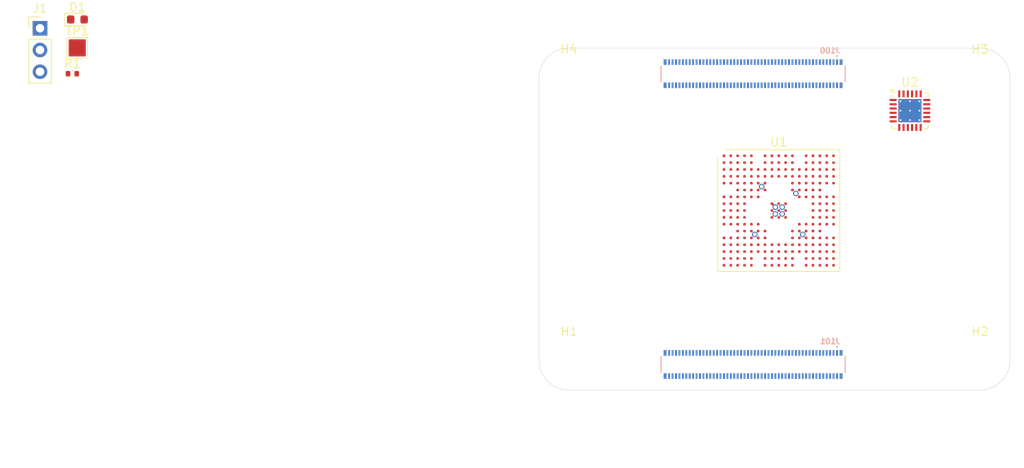
<source format=kicad_pcb>
(kicad_pcb (version 20240108) (generator "pcbnew") (generator_version "8.0")
  (layers (0 "F.Cu" signal) (1 "In1.Cu" signal) (2 "In2.Cu" signal) (31 "B.Cu" signal) (34 "B.Paste" user) (35 "F.Paste" user) (36 "B.SilkS" user "B.Silkscreen") (37 "F.SilkS" user "F.Silkscreen") (38 "B.Mask" user) (39 "F.Mask" user) (44 "Edge.Cuts" user))
  (net 0 "")
  (net 1 "Net-(D1-K)")
  (net 2 "/cm-conns/+3.3v")
  (net 3 "GND")
  (net 4 "/cm-conns/BT_nDis")
  (net 5 "/cm-conns/WL_nDis")
  (net 6 "/cm-conns/GPIO25")
  (net 7 "/cm-conns/TRD2_N")
  (net 9 "/cm-conns/GPIO20")
  (net 10 "/cm-conns/GPIO17")
  (net 11 "/cm-conns/SD_DAT3")
  (net 12 "/cm-conns/TRD1_P")
  (net 13 "/cm-conns/TRD2_P")
  (net 14 "/cm-conns/GPIO26")
  (net 15 "/cm-conns/nRPIBOOT")
  (net 16 "/cm-conns/SCL0")
  (net 17 "/cm-conns/GPIO2")
  (net 18 "/cm-conns/+5v")
  (net 19 "/cm-conns/ETH_LEDG")
  (net 20 "/cm-conns/ID_SD")
  (net 22 "/cm-conns/GPIO7")
  (net 23 "/cm-conns/GPIO4")
  (net 24 "/cm-conns/EEPROM_nWP")
  (net 25 "/cm-conns/TRD0_N")
  (net 26 "/cm-conns/+1.8v")
  (net 27 "/cm-conns/CAM_GPIO")
  (net 28 "/cm-conns/TRD0_P")
  (net 29 "/cm-conns/GPIO_VREF")
  (net 31 "/cm-conns/GPIO22")
  (net 32 "Net-(J100-Pad21)")
  (net 33 "/cm-conns/GPIO6")
  (net 35 "/cm-conns/ETH_LEDY")
  (net 36 "/cm-conns/TRD1_N")
  (net 37 "/cm-conns/GPIO21")
  (net 38 "/cm-conns/Reserved")
  (net 39 "/cm-conns/GPIO24")
  (net 40 "/cm-conns/GPIO10")
  (net 41 "/cm-conns/GPIO23")
  (net 42 "/cm-conns/GPIO15")
  (net 43 "/cm-conns/SYNC_IN")
  (net 44 "/cm-conns/SD_DAT0")
  (net 45 "/cm-conns/TRD3_N")
  (net 46 "/cm-conns/GPIO3")
  (net 47 "/cm-conns/GLOBAL_EN")
  (net 48 "/cm-conns/GPIO9")
  (net 49 "/cm-conns/SDA0")
  (net 50 "/cm-conns/AIN0")
  (net 51 "/cm-conns/GPIO27")
  (net 52 "/cm-conns/TRD3_P")
  (net 53 "/cm-conns/GPIO16")
  (net 54 "/cm-conns/GPIO12")
  (net 55 "/cm-conns/nPWR_LED")
  (net 56 "/cm-conns/GPIO13")
  (net 57 "/cm-conns/RUN_PG")
  (net 58 "/cm-conns/GPIO5")
  (net 59 "/cm-conns/GPIO8")
  (net 60 "/cm-conns/SD_DAT1")
  (net 61 "/cm-conns/ID_SC")
  (net 62 "/cm-conns/GPIO14")
  (net 64 "/cm-conns/nEXTRST")
  (net 65 "/cm-conns/SD_PWR_ON")
  (net 66 "/cm-conns/AIN1")
  (net 67 "/cm-conns/SD_DAT2")
  (net 68 "/cm-conns/GPIO18")
  (net 69 "/cm-conns/GPIO19")
  (net 70 "/cm-conns/GPIO11")
  (net 72 "/cm-conns/SYNC_OUT")
  (net 73 "/cm-conns/SD_CLK")
  (net 74 "/cm-conns/PCIE_CLK_N")
  (net 75 "/cm-conns/CAM1_D2_N")
  (net 76 "/cm-conns/HDMI0_SDA")
  (net 77 "/cm-conns/PCIE_nRST")
  (net 78 "/cm-conns/USB2_N")
  (net 79 "/cm-conns/CAM0_C_P")
  (net 80 "/cm-conns/HDMI1_CEC")
  (net 81 "/cm-conns/DSI0_D0_N")
  (net 82 "/cm-conns/CAM1_C_N")
  (net 83 "/cm-conns/TV_OUT")
  (net 84 "/cm-conns/DSI1_C_P")
  (net 85 "/cm-conns/CAM1_D1_N")
  (net 86 "/cm-conns/HDMI1_HOTPLUG")
  (net 87 "/cm-conns/CAM1_D0_P")
  (net 88 "/cm-conns/HDMI0_D0_P")
  (net 89 "/cm-conns/HDMI0_CEC")
  (net 90 "/cm-conns/DSI1_D3_P")
  (net 91 "/cm-conns/CAM0_D0_P")
  (net 92 "/cm-conns/PCIE_TX_P")
  (net 93 "/cm-conns/DSI1_C_N")
  (net 94 "/cm-conns/DSI1_D2_P")
  (net 95 "/cm-conns/HDMI1_D0_P")
  (net 96 "/cm-conns/HDMI1_SCL")
  (net 97 "/cm-conns/HDMI0_D2_P")
  (net 98 "/cm-conns/HDMI0_D1_N")
  (net 99 "/cm-conns/HDMI0_CK_N")
  (net 100 "/cm-conns/PCIE_RX_P")
  (net 101 "/cm-conns/HDMI1_CK_P")
  (net 102 "/cm-conns/HDMI0_D2_N")
  (net 103 "/cm-conns/HDMI1_D2_N")
  (net 104 "/cm-conns/HDMI0_D1_P")
  (net 105 "/cm-conns/HDMI0_D0_N")
  (net 106 "/cm-conns/DSI0_D1_N")
  (net 108 "/cm-conns/CAM1_D3_N")
  (net 109 "/cm-conns/HDMI1_SDA")
  (net 110 "/cm-conns/PCIE_CLK_P")
  (net 111 "/cm-conns/HDMI1_D1_P")
  (net 112 "/cm-conns/DSI1_D2_N")
  (net 113 "/cm-conns/HDMI0_CK_P")
  (net 114 "/cm-conns/PCIE_RX_N")
  (net 115 "/cm-conns/USB2_P")
  (net 116 "/cm-conns/DSI1_D1_P")
  (net 117 "/cm-conns/CAM0_D1_P")
  (net 118 "/cm-conns/HDMI0_HOTPLUG")
  (net 119 "/cm-conns/DSI1_D0_N")
  (net 120 "/cm-conns/DSI1_D0_P")
  (net 121 "/cm-conns/CAM0_C_N")
  (net 122 "/cm-conns/DSI0_C_N")
  (net 123 "/cm-conns/HDMI1_CK_N")
  (net 124 "/cm-conns/USBOTG_ID")
  (net 125 "/cm-conns/CAM1_C_P")
  (net 126 "/cm-conns/CAM1_D1_P")
  (net 127 "/cm-conns/CAM0_D1_N")
  (net 128 "/cm-conns/CAM1_D0_N")
  (net 129 "/cm-conns/PCIE_TX_N")
  (net 130 "/cm-conns/CAM1_D3_P")
  (net 131 "/cm-conns/DSI1_D1_N")
  (net 132 "/cm-conns/HDMI1_D1_N")
  (net 133 "/cm-conns/HDMI0_SCL")
  (net 134 "/cm-conns/CAM0_D0_N")
  (net 135 "/cm-conns/HDMI1_D0_N")
  (net 136 "/cm-conns/DSI0_D0_P")
  (net 137 "/cm-conns/DSI1_D3_N")
  (net 138 "/cm-conns/DSI0_D1_P")
  (net 139 "/cm-conns/DSI0_C_P")
  (net 140 "/cm-conns/CAM1_D2_P")
  (net 142 "/cm-conns/PCIE_CLK_nREQ")
  (net 143 "/cm-conns/HDMI1_D2_P")
  (footprint "MountingHole:MountingHole_2.7mm_M2.5_DIN965" (layer "F.Cu") (at 151.5 63.5)
    (property "Reference" "H3")
    (property "Value" "MountingHole")
  )
  (footprint "MountingHole:MountingHole_2.7mm_M2.5_DIN965" (layer "F.Cu") (at 103.5 63.5)
    (property "Reference" "H4")
    (property "Value" "MountingHole")
  )
  (footprint "LED_SMD:LED_0603_1608Metric" (layer "F.Cu") (at 46.08 56.66)
    (property "Reference" "D1")
    (property "Value" "LED Green")
  )
  (footprint "TestPoint:TestPoint_Pad_2.0x2.0mm" (layer "F.Cu") (at 46.06 59.98)
    (property "Reference" "TP1")
    (property "Value" "TestPoint")
  )
  (footprint "microchip:SAM9X60D1G" (layer "F.Cu") (at 128 79)
    (property "Reference" "U1")
    (property "Value" "SAM9X60D1G")
  )
  (footprint "MountingHole:MountingHole_2.7mm_M2.5_DIN965" (layer "F.Cu") (at 103.5 96.5)
    (property "Reference" "H1")
    (property "Value" "MountingHole")
  )
  (footprint "Resistor_SMD:R_0402_1005Metric" (layer "F.Cu") (at 45.49 63)
    (property "Reference" "R1")
    (property "Value" "1k")
  )
  (footprint "MountingHole:MountingHole_2.7mm_M2.5_DIN965" (layer "F.Cu") (at 151.5 96.5)
    (property "Reference" "H2")
    (property "Value" "MountingHole")
  )
  (footprint "Connector_PinHeader_2.54mm:PinHeader_1x03_P2.54mm_Vertical" (layer "F.Cu") (at 41.71 57.69)
    (property "Reference" "J1")
    (property "Value" "Conn_01x03")
  )
  (footprint "Package_DFN_QFN:QFN-24-1EP_4x4mm_P0.5mm_EP2.7x2.7mm_ThermalVias" (layer "F.Cu") (at 143.325 67.325)
    (property "Reference" "U2")
    (property "Value" "MCP16501")
  )
  (footprint "hirose:HRS_DF40C-100DP-0.4V_51_" (layer "B.Cu") (at 125 97 180)
    (property "Reference" "J101")
    (property "Value" "DF40C-100DP-0.4V_51_")
  )
  (footprint "hirose:HRS_DF40C-100DP-0.4V_51_" (layer "B.Cu") (at 125 63 180)
    (property "Reference" "J100")
    (property "Value" "DF40C-100DP-0.4V_51_")
  )
  (gr_arc (start 151.5 60) (mid 153.974874 61.025126) (end 155 63.5) (stroke (width 0.05)) (layer "Edge.Cuts"))
  (gr_line (start 100 96.5) (end 100 63.5) (stroke (width 0.05)) (layer "Edge.Cuts"))
  (gr_arc (start 155 96.5) (mid 153.974874 98.974874) (end 151.5 100) (stroke (width 0.05)) (layer "Edge.Cuts"))
  (gr_line (start 103.5 100) (end 151.5 100) (stroke (width 0.05)) (layer "Edge.Cuts"))
  (gr_line (start 151.5 60) (end 103.5 60) (stroke (width 0.05)) (layer "Edge.Cuts"))
  (gr_arc (start 100 63.5) (mid 101.025126 61.025126) (end 103.5 60) (stroke (width 0.05)) (layer "Edge.Cuts"))
  (gr_line (start 155 96.5) (end 155 63.5) (stroke (width 0.05)) (layer "Edge.Cuts"))
  (gr_arc (start 103.5 100) (mid 101.025126 98.974874) (end 100 96.5) (stroke (width 0.05)) (layer "Edge.Cuts"))
  (segment (start 127.2 78.2) (end 127.6 78.6) (width 0.2) (layer "F.Cu") (net 3))
  (via (at 128.4 78.6) (size 0.65) (drill 0.4) (layers "F.Cu" "B.Cu") (net 3))
  (via (at 127.6 78.6) (size 0.65) (drill 0.4) (layers "F.Cu" "B.Cu") (net 3))
  (via (at 130.8 81.8) (size 0.65) (drill 0.4) (layers "F.Cu" "B.Cu") (net 3))
  (via (at 126 76.2) (size 0.65) (drill 0.4) (layers "F.Cu" "B.Cu") (net 3))
  (via (at 127.6 79.4) (size 0.65) (drill 0.4) (layers "F.Cu" "B.Cu") (net 3))
  (via (at 125.2 81.8) (size 0.65) (drill 0.4) (layers "F.Cu" "B.Cu") (net 3))
  (via (at 130 77) (size 0.65) (drill 0.4) (layers "F.Cu" "B.Cu") (net 3))
  (via (at 128.4 79.4) (size 0.65) (drill 0.4) (layers "F.Cu" "B.Cu") (net 3))
)
</source>
